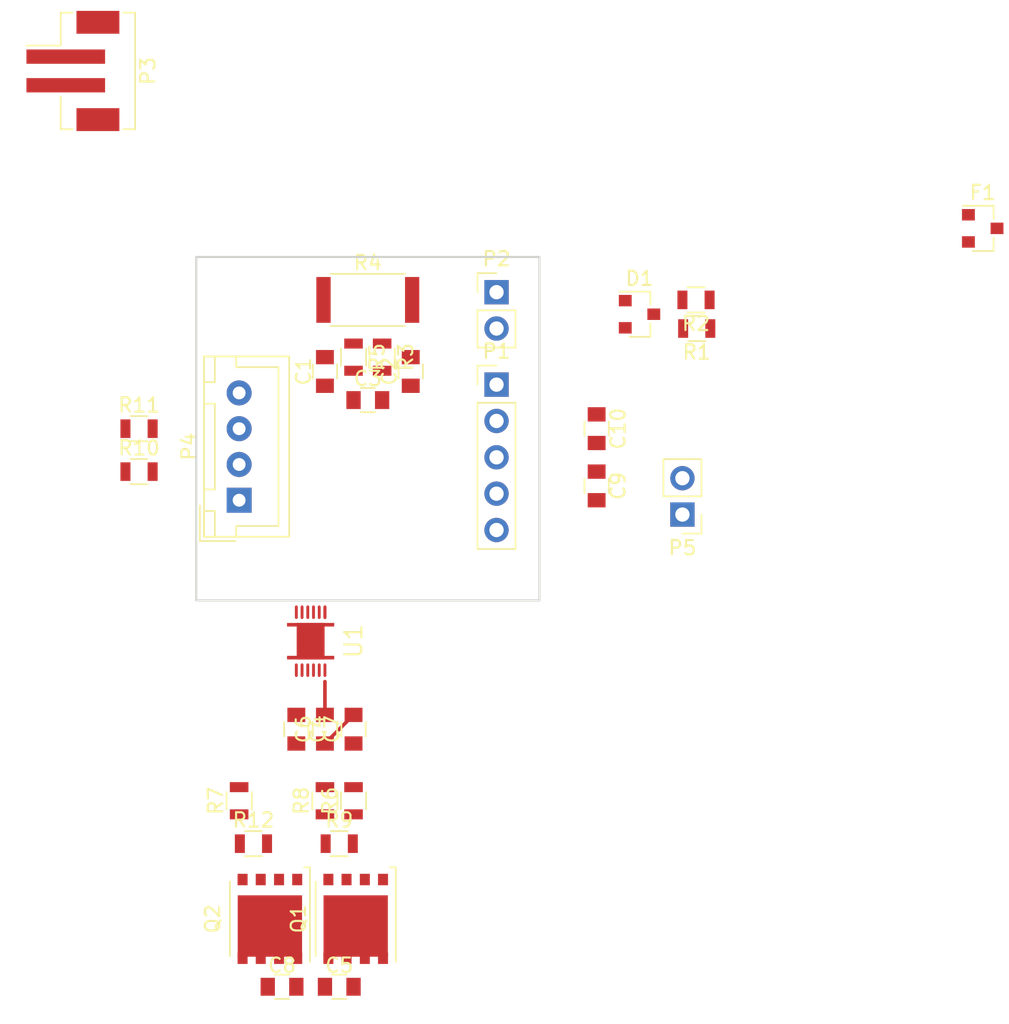
<source format=kicad_pcb>
(kicad_pcb (version 4) (host pcbnew 4.0.5)

  (general
    (links 81)
    (no_connects 70)
    (area 94.15 77.966666 164.925001 149.825)
    (thickness 1.6)
    (drawings 4)
    (tracks 2)
    (zones 0)
    (modules 32)
    (nets 26)
  )

  (page A4)
  (layers
    (0 F.Cu signal)
    (31 B.Cu signal)
    (32 B.Adhes user)
    (33 F.Adhes user)
    (34 B.Paste user)
    (35 F.Paste user)
    (36 B.SilkS user hide)
    (37 F.SilkS user hide)
    (38 B.Mask user)
    (39 F.Mask user)
    (40 Dwgs.User user)
    (41 Cmts.User user)
    (42 Eco1.User user)
    (43 Eco2.User user)
    (44 Edge.Cuts user)
    (45 Margin user)
    (46 B.CrtYd user)
    (47 F.CrtYd user)
    (48 B.Fab user)
    (49 F.Fab user)
  )

  (setup
    (last_trace_width 0.25)
    (trace_clearance 0.2)
    (zone_clearance 0.508)
    (zone_45_only no)
    (trace_min 0.2)
    (segment_width 0.2)
    (edge_width 0.15)
    (via_size 0.6)
    (via_drill 0.4)
    (via_min_size 0.4)
    (via_min_drill 0.3)
    (uvia_size 0.3)
    (uvia_drill 0.1)
    (uvias_allowed no)
    (uvia_min_size 0.2)
    (uvia_min_drill 0.1)
    (pcb_text_width 0.3)
    (pcb_text_size 1.5 1.5)
    (mod_edge_width 0.15)
    (mod_text_size 1 1)
    (mod_text_width 0.15)
    (pad_size 1.524 1.524)
    (pad_drill 0.762)
    (pad_to_mask_clearance 0.2)
    (aux_axis_origin 108 120)
    (grid_origin 108 120)
    (visible_elements FFFFFF7F)
    (pcbplotparams
      (layerselection 0x00030_80000001)
      (usegerberextensions false)
      (excludeedgelayer true)
      (linewidth 0.100000)
      (plotframeref false)
      (viasonmask false)
      (mode 1)
      (useauxorigin false)
      (hpglpennumber 1)
      (hpglpenspeed 20)
      (hpglpendiameter 15)
      (hpglpenoverlay 2)
      (psnegative false)
      (psa4output false)
      (plotreference true)
      (plotvalue true)
      (plotinvisibletext false)
      (padsonsilk false)
      (subtractmaskfromsilk false)
      (outputformat 1)
      (mirror false)
      (drillshape 1)
      (scaleselection 1)
      (outputdirectory ""))
  )

  (net 0 "")
  (net 1 "Net-(C1-Pad1)")
  (net 2 GND)
  (net 3 "Net-(C2-Pad1)")
  (net 4 "Net-(C4-Pad1)")
  (net 5 "Net-(C5-Pad1)")
  (net 6 +BATT)
  (net 7 /VC1)
  (net 8 /VC2)
  (net 9 "Net-(C8-Pad1)")
  (net 10 "Net-(C10-Pad2)")
  (net 11 GNDPWR)
  (net 12 "Net-(D1-Pad1)")
  (net 13 "Net-(D1-Pad2)")
  (net 14 "Net-(F1-Pad2)")
  (net 15 /SDA)
  (net 16 /SCL)
  (net 17 /TS)
  (net 18 "Net-(P4-Pad2)")
  (net 19 "Net-(P4-Pad3)")
  (net 20 "Net-(Q1-Pad4)")
  (net 21 "Net-(Q1-Pad5)")
  (net 22 "Net-(Q2-Pad4)")
  (net 23 "Net-(R6-Pad2)")
  (net 24 "Net-(R7-Pad2)")
  (net 25 "Net-(R8-Pad2)")

  (net_class Default "This is the default net class."
    (clearance 0.2)
    (trace_width 0.25)
    (via_dia 0.6)
    (via_drill 0.4)
    (uvia_dia 0.3)
    (uvia_drill 0.1)
    (add_net +BATT)
    (add_net /SCL)
    (add_net /SDA)
    (add_net /TS)
    (add_net /VC1)
    (add_net /VC2)
    (add_net GND)
    (add_net GNDPWR)
    (add_net "Net-(C1-Pad1)")
    (add_net "Net-(C10-Pad2)")
    (add_net "Net-(C2-Pad1)")
    (add_net "Net-(C4-Pad1)")
    (add_net "Net-(C5-Pad1)")
    (add_net "Net-(C8-Pad1)")
    (add_net "Net-(D1-Pad1)")
    (add_net "Net-(D1-Pad2)")
    (add_net "Net-(F1-Pad2)")
    (add_net "Net-(P4-Pad2)")
    (add_net "Net-(P4-Pad3)")
    (add_net "Net-(Q1-Pad4)")
    (add_net "Net-(Q1-Pad5)")
    (add_net "Net-(Q2-Pad4)")
    (add_net "Net-(R6-Pad2)")
    (add_net "Net-(R7-Pad2)")
    (add_net "Net-(R8-Pad2)")
  )

  (module Capacitors_SMD:C_0805 (layer F.Cu) (tedit 58AA8463) (tstamp 58E6B32F)
    (at 117 104 90)
    (descr "Capacitor SMD 0805, reflow soldering, AVX (see smccp.pdf)")
    (tags "capacitor 0805")
    (path /58E412A0)
    (attr smd)
    (fp_text reference C1 (at 0 -1.5 90) (layer F.SilkS)
      (effects (font (size 1 1) (thickness 0.15)))
    )
    (fp_text value 100nF (at 0 1.75 90) (layer F.Fab)
      (effects (font (size 1 1) (thickness 0.15)))
    )
    (fp_text user %R (at 0 -1.5 90) (layer F.Fab)
      (effects (font (size 1 1) (thickness 0.15)))
    )
    (fp_line (start -1 0.62) (end -1 -0.62) (layer F.Fab) (width 0.1))
    (fp_line (start 1 0.62) (end -1 0.62) (layer F.Fab) (width 0.1))
    (fp_line (start 1 -0.62) (end 1 0.62) (layer F.Fab) (width 0.1))
    (fp_line (start -1 -0.62) (end 1 -0.62) (layer F.Fab) (width 0.1))
    (fp_line (start 0.5 -0.85) (end -0.5 -0.85) (layer F.SilkS) (width 0.12))
    (fp_line (start -0.5 0.85) (end 0.5 0.85) (layer F.SilkS) (width 0.12))
    (fp_line (start -1.75 -0.88) (end 1.75 -0.88) (layer F.CrtYd) (width 0.05))
    (fp_line (start -1.75 -0.88) (end -1.75 0.87) (layer F.CrtYd) (width 0.05))
    (fp_line (start 1.75 0.87) (end 1.75 -0.88) (layer F.CrtYd) (width 0.05))
    (fp_line (start 1.75 0.87) (end -1.75 0.87) (layer F.CrtYd) (width 0.05))
    (pad 1 smd rect (at -1 0 90) (size 1 1.25) (layers F.Cu F.Paste F.Mask)
      (net 1 "Net-(C1-Pad1)"))
    (pad 2 smd rect (at 1 0 90) (size 1 1.25) (layers F.Cu F.Paste F.Mask)
      (net 2 GND))
    (model Capacitors_SMD.3dshapes/C_0805.wrl
      (at (xyz 0 0 0))
      (scale (xyz 1 1 1))
      (rotate (xyz 0 0 0))
    )
  )

  (module Capacitors_SMD:C_0805 (layer F.Cu) (tedit 58AA8463) (tstamp 58E6B335)
    (at 123 104 90)
    (descr "Capacitor SMD 0805, reflow soldering, AVX (see smccp.pdf)")
    (tags "capacitor 0805")
    (path /58E41303)
    (attr smd)
    (fp_text reference C2 (at 0 -1.5 90) (layer F.SilkS)
      (effects (font (size 1 1) (thickness 0.15)))
    )
    (fp_text value 100nF (at 0 1.75 90) (layer F.Fab)
      (effects (font (size 1 1) (thickness 0.15)))
    )
    (fp_text user %R (at 0 -1.5 90) (layer F.Fab)
      (effects (font (size 1 1) (thickness 0.15)))
    )
    (fp_line (start -1 0.62) (end -1 -0.62) (layer F.Fab) (width 0.1))
    (fp_line (start 1 0.62) (end -1 0.62) (layer F.Fab) (width 0.1))
    (fp_line (start 1 -0.62) (end 1 0.62) (layer F.Fab) (width 0.1))
    (fp_line (start -1 -0.62) (end 1 -0.62) (layer F.Fab) (width 0.1))
    (fp_line (start 0.5 -0.85) (end -0.5 -0.85) (layer F.SilkS) (width 0.12))
    (fp_line (start -0.5 0.85) (end 0.5 0.85) (layer F.SilkS) (width 0.12))
    (fp_line (start -1.75 -0.88) (end 1.75 -0.88) (layer F.CrtYd) (width 0.05))
    (fp_line (start -1.75 -0.88) (end -1.75 0.87) (layer F.CrtYd) (width 0.05))
    (fp_line (start 1.75 0.87) (end 1.75 -0.88) (layer F.CrtYd) (width 0.05))
    (fp_line (start 1.75 0.87) (end -1.75 0.87) (layer F.CrtYd) (width 0.05))
    (pad 1 smd rect (at -1 0 90) (size 1 1.25) (layers F.Cu F.Paste F.Mask)
      (net 3 "Net-(C2-Pad1)"))
    (pad 2 smd rect (at 1 0 90) (size 1 1.25) (layers F.Cu F.Paste F.Mask)
      (net 2 GND))
    (model Capacitors_SMD.3dshapes/C_0805.wrl
      (at (xyz 0 0 0))
      (scale (xyz 1 1 1))
      (rotate (xyz 0 0 0))
    )
  )

  (module Capacitors_SMD:C_0805 (layer F.Cu) (tedit 58AA8463) (tstamp 58E6B33B)
    (at 120 106)
    (descr "Capacitor SMD 0805, reflow soldering, AVX (see smccp.pdf)")
    (tags "capacitor 0805")
    (path /58E41328)
    (attr smd)
    (fp_text reference C3 (at 0 -1.5) (layer F.SilkS)
      (effects (font (size 1 1) (thickness 0.15)))
    )
    (fp_text value 100nF (at 0 1.75) (layer F.Fab)
      (effects (font (size 1 1) (thickness 0.15)))
    )
    (fp_text user %R (at 0 -1.5) (layer F.Fab)
      (effects (font (size 1 1) (thickness 0.15)))
    )
    (fp_line (start -1 0.62) (end -1 -0.62) (layer F.Fab) (width 0.1))
    (fp_line (start 1 0.62) (end -1 0.62) (layer F.Fab) (width 0.1))
    (fp_line (start 1 -0.62) (end 1 0.62) (layer F.Fab) (width 0.1))
    (fp_line (start -1 -0.62) (end 1 -0.62) (layer F.Fab) (width 0.1))
    (fp_line (start 0.5 -0.85) (end -0.5 -0.85) (layer F.SilkS) (width 0.12))
    (fp_line (start -0.5 0.85) (end 0.5 0.85) (layer F.SilkS) (width 0.12))
    (fp_line (start -1.75 -0.88) (end 1.75 -0.88) (layer F.CrtYd) (width 0.05))
    (fp_line (start -1.75 -0.88) (end -1.75 0.87) (layer F.CrtYd) (width 0.05))
    (fp_line (start 1.75 0.87) (end 1.75 -0.88) (layer F.CrtYd) (width 0.05))
    (fp_line (start 1.75 0.87) (end -1.75 0.87) (layer F.CrtYd) (width 0.05))
    (pad 1 smd rect (at -1 0) (size 1 1.25) (layers F.Cu F.Paste F.Mask)
      (net 3 "Net-(C2-Pad1)"))
    (pad 2 smd rect (at 1 0) (size 1 1.25) (layers F.Cu F.Paste F.Mask)
      (net 1 "Net-(C1-Pad1)"))
    (model Capacitors_SMD.3dshapes/C_0805.wrl
      (at (xyz 0 0 0))
      (scale (xyz 1 1 1))
      (rotate (xyz 0 0 0))
    )
  )

  (module Capacitors_SMD:C_0805 (layer F.Cu) (tedit 58AA8463) (tstamp 58E6B341)
    (at 115 129 270)
    (descr "Capacitor SMD 0805, reflow soldering, AVX (see smccp.pdf)")
    (tags "capacitor 0805")
    (path /58E44F82)
    (attr smd)
    (fp_text reference C4 (at 0 -1.5 270) (layer F.SilkS)
      (effects (font (size 1 1) (thickness 0.15)))
    )
    (fp_text value 2,2µF (at 0 1.75 270) (layer F.Fab)
      (effects (font (size 1 1) (thickness 0.15)))
    )
    (fp_text user %R (at 0 -1.5 270) (layer F.Fab)
      (effects (font (size 1 1) (thickness 0.15)))
    )
    (fp_line (start -1 0.62) (end -1 -0.62) (layer F.Fab) (width 0.1))
    (fp_line (start 1 0.62) (end -1 0.62) (layer F.Fab) (width 0.1))
    (fp_line (start 1 -0.62) (end 1 0.62) (layer F.Fab) (width 0.1))
    (fp_line (start -1 -0.62) (end 1 -0.62) (layer F.Fab) (width 0.1))
    (fp_line (start 0.5 -0.85) (end -0.5 -0.85) (layer F.SilkS) (width 0.12))
    (fp_line (start -0.5 0.85) (end 0.5 0.85) (layer F.SilkS) (width 0.12))
    (fp_line (start -1.75 -0.88) (end 1.75 -0.88) (layer F.CrtYd) (width 0.05))
    (fp_line (start -1.75 -0.88) (end -1.75 0.87) (layer F.CrtYd) (width 0.05))
    (fp_line (start 1.75 0.87) (end 1.75 -0.88) (layer F.CrtYd) (width 0.05))
    (fp_line (start 1.75 0.87) (end -1.75 0.87) (layer F.CrtYd) (width 0.05))
    (pad 1 smd rect (at -1 0 270) (size 1 1.25) (layers F.Cu F.Paste F.Mask)
      (net 4 "Net-(C4-Pad1)"))
    (pad 2 smd rect (at 1 0 270) (size 1 1.25) (layers F.Cu F.Paste F.Mask)
      (net 2 GND))
    (model Capacitors_SMD.3dshapes/C_0805.wrl
      (at (xyz 0 0 0))
      (scale (xyz 1 1 1))
      (rotate (xyz 0 0 0))
    )
  )

  (module Capacitors_SMD:C_0805 (layer F.Cu) (tedit 58AA8463) (tstamp 58E6B347)
    (at 118 147)
    (descr "Capacitor SMD 0805, reflow soldering, AVX (see smccp.pdf)")
    (tags "capacitor 0805")
    (path /58E43508)
    (attr smd)
    (fp_text reference C5 (at 0 -1.5) (layer F.SilkS)
      (effects (font (size 1 1) (thickness 0.15)))
    )
    (fp_text value 100nF (at 0 1.75) (layer F.Fab)
      (effects (font (size 1 1) (thickness 0.15)))
    )
    (fp_text user %R (at 0 -1.5) (layer F.Fab)
      (effects (font (size 1 1) (thickness 0.15)))
    )
    (fp_line (start -1 0.62) (end -1 -0.62) (layer F.Fab) (width 0.1))
    (fp_line (start 1 0.62) (end -1 0.62) (layer F.Fab) (width 0.1))
    (fp_line (start 1 -0.62) (end 1 0.62) (layer F.Fab) (width 0.1))
    (fp_line (start -1 -0.62) (end 1 -0.62) (layer F.Fab) (width 0.1))
    (fp_line (start 0.5 -0.85) (end -0.5 -0.85) (layer F.SilkS) (width 0.12))
    (fp_line (start -0.5 0.85) (end 0.5 0.85) (layer F.SilkS) (width 0.12))
    (fp_line (start -1.75 -0.88) (end 1.75 -0.88) (layer F.CrtYd) (width 0.05))
    (fp_line (start -1.75 -0.88) (end -1.75 0.87) (layer F.CrtYd) (width 0.05))
    (fp_line (start 1.75 0.87) (end 1.75 -0.88) (layer F.CrtYd) (width 0.05))
    (fp_line (start 1.75 0.87) (end -1.75 0.87) (layer F.CrtYd) (width 0.05))
    (pad 1 smd rect (at -1 0) (size 1 1.25) (layers F.Cu F.Paste F.Mask)
      (net 5 "Net-(C5-Pad1)"))
    (pad 2 smd rect (at 1 0) (size 1 1.25) (layers F.Cu F.Paste F.Mask)
      (net 6 +BATT))
    (model Capacitors_SMD.3dshapes/C_0805.wrl
      (at (xyz 0 0 0))
      (scale (xyz 1 1 1))
      (rotate (xyz 0 0 0))
    )
  )

  (module Capacitors_SMD:C_0805 (layer F.Cu) (tedit 58AA8463) (tstamp 58E6B34D)
    (at 117 129 90)
    (descr "Capacitor SMD 0805, reflow soldering, AVX (see smccp.pdf)")
    (tags "capacitor 0805")
    (path /58E55771)
    (attr smd)
    (fp_text reference C6 (at 0 -1.5 90) (layer F.SilkS)
      (effects (font (size 1 1) (thickness 0.15)))
    )
    (fp_text value 1µF (at 0 1.75 90) (layer F.Fab)
      (effects (font (size 1 1) (thickness 0.15)))
    )
    (fp_text user %R (at 0 -1.5 90) (layer F.Fab)
      (effects (font (size 1 1) (thickness 0.15)))
    )
    (fp_line (start -1 0.62) (end -1 -0.62) (layer F.Fab) (width 0.1))
    (fp_line (start 1 0.62) (end -1 0.62) (layer F.Fab) (width 0.1))
    (fp_line (start 1 -0.62) (end 1 0.62) (layer F.Fab) (width 0.1))
    (fp_line (start -1 -0.62) (end 1 -0.62) (layer F.Fab) (width 0.1))
    (fp_line (start 0.5 -0.85) (end -0.5 -0.85) (layer F.SilkS) (width 0.12))
    (fp_line (start -0.5 0.85) (end 0.5 0.85) (layer F.SilkS) (width 0.12))
    (fp_line (start -1.75 -0.88) (end 1.75 -0.88) (layer F.CrtYd) (width 0.05))
    (fp_line (start -1.75 -0.88) (end -1.75 0.87) (layer F.CrtYd) (width 0.05))
    (fp_line (start 1.75 0.87) (end 1.75 -0.88) (layer F.CrtYd) (width 0.05))
    (fp_line (start 1.75 0.87) (end -1.75 0.87) (layer F.CrtYd) (width 0.05))
    (pad 1 smd rect (at -1 0 90) (size 1 1.25) (layers F.Cu F.Paste F.Mask)
      (net 7 /VC1))
    (pad 2 smd rect (at 1 0 90) (size 1 1.25) (layers F.Cu F.Paste F.Mask)
      (net 8 /VC2))
    (model Capacitors_SMD.3dshapes/C_0805.wrl
      (at (xyz 0 0 0))
      (scale (xyz 1 1 1))
      (rotate (xyz 0 0 0))
    )
  )

  (module Capacitors_SMD:C_0805 (layer F.Cu) (tedit 58AA8463) (tstamp 58E6B353)
    (at 119 129 90)
    (descr "Capacitor SMD 0805, reflow soldering, AVX (see smccp.pdf)")
    (tags "capacitor 0805")
    (path /58E5544A)
    (attr smd)
    (fp_text reference C7 (at 0 -1.5 90) (layer F.SilkS)
      (effects (font (size 1 1) (thickness 0.15)))
    )
    (fp_text value 100nF (at 0 1.75 90) (layer F.Fab)
      (effects (font (size 1 1) (thickness 0.15)))
    )
    (fp_text user %R (at 0 -1.5 90) (layer F.Fab)
      (effects (font (size 1 1) (thickness 0.15)))
    )
    (fp_line (start -1 0.62) (end -1 -0.62) (layer F.Fab) (width 0.1))
    (fp_line (start 1 0.62) (end -1 0.62) (layer F.Fab) (width 0.1))
    (fp_line (start 1 -0.62) (end 1 0.62) (layer F.Fab) (width 0.1))
    (fp_line (start -1 -0.62) (end 1 -0.62) (layer F.Fab) (width 0.1))
    (fp_line (start 0.5 -0.85) (end -0.5 -0.85) (layer F.SilkS) (width 0.12))
    (fp_line (start -0.5 0.85) (end 0.5 0.85) (layer F.SilkS) (width 0.12))
    (fp_line (start -1.75 -0.88) (end 1.75 -0.88) (layer F.CrtYd) (width 0.05))
    (fp_line (start -1.75 -0.88) (end -1.75 0.87) (layer F.CrtYd) (width 0.05))
    (fp_line (start 1.75 0.87) (end 1.75 -0.88) (layer F.CrtYd) (width 0.05))
    (fp_line (start 1.75 0.87) (end -1.75 0.87) (layer F.CrtYd) (width 0.05))
    (pad 1 smd rect (at -1 0 90) (size 1 1.25) (layers F.Cu F.Paste F.Mask)
      (net 2 GND))
    (pad 2 smd rect (at 1 0 90) (size 1 1.25) (layers F.Cu F.Paste F.Mask)
      (net 7 /VC1))
    (model Capacitors_SMD.3dshapes/C_0805.wrl
      (at (xyz 0 0 0))
      (scale (xyz 1 1 1))
      (rotate (xyz 0 0 0))
    )
  )

  (module Capacitors_SMD:C_0805 (layer F.Cu) (tedit 58AA8463) (tstamp 58E6B359)
    (at 114 147)
    (descr "Capacitor SMD 0805, reflow soldering, AVX (see smccp.pdf)")
    (tags "capacitor 0805")
    (path /58E43562)
    (attr smd)
    (fp_text reference C8 (at 0 -1.5) (layer F.SilkS)
      (effects (font (size 1 1) (thickness 0.15)))
    )
    (fp_text value 100nF (at 0 1.75) (layer F.Fab)
      (effects (font (size 1 1) (thickness 0.15)))
    )
    (fp_text user %R (at 0 -1.5) (layer F.Fab)
      (effects (font (size 1 1) (thickness 0.15)))
    )
    (fp_line (start -1 0.62) (end -1 -0.62) (layer F.Fab) (width 0.1))
    (fp_line (start 1 0.62) (end -1 0.62) (layer F.Fab) (width 0.1))
    (fp_line (start 1 -0.62) (end 1 0.62) (layer F.Fab) (width 0.1))
    (fp_line (start -1 -0.62) (end 1 -0.62) (layer F.Fab) (width 0.1))
    (fp_line (start 0.5 -0.85) (end -0.5 -0.85) (layer F.SilkS) (width 0.12))
    (fp_line (start -0.5 0.85) (end 0.5 0.85) (layer F.SilkS) (width 0.12))
    (fp_line (start -1.75 -0.88) (end 1.75 -0.88) (layer F.CrtYd) (width 0.05))
    (fp_line (start -1.75 -0.88) (end -1.75 0.87) (layer F.CrtYd) (width 0.05))
    (fp_line (start 1.75 0.87) (end 1.75 -0.88) (layer F.CrtYd) (width 0.05))
    (fp_line (start 1.75 0.87) (end -1.75 0.87) (layer F.CrtYd) (width 0.05))
    (pad 1 smd rect (at -1 0) (size 1 1.25) (layers F.Cu F.Paste F.Mask)
      (net 9 "Net-(C8-Pad1)"))
    (pad 2 smd rect (at 1 0) (size 1 1.25) (layers F.Cu F.Paste F.Mask)
      (net 5 "Net-(C5-Pad1)"))
    (model Capacitors_SMD.3dshapes/C_0805.wrl
      (at (xyz 0 0 0))
      (scale (xyz 1 1 1))
      (rotate (xyz 0 0 0))
    )
  )

  (module Capacitors_SMD:C_0805 (layer F.Cu) (tedit 58AA8463) (tstamp 58E6B35F)
    (at 136 112 270)
    (descr "Capacitor SMD 0805, reflow soldering, AVX (see smccp.pdf)")
    (tags "capacitor 0805")
    (path /58E67E81)
    (attr smd)
    (fp_text reference C9 (at 0 -1.5 270) (layer F.SilkS)
      (effects (font (size 1 1) (thickness 0.15)))
    )
    (fp_text value 100nF (at 0 1.75 270) (layer F.Fab)
      (effects (font (size 1 1) (thickness 0.15)))
    )
    (fp_text user %R (at 0 -1.5 270) (layer F.Fab)
      (effects (font (size 1 1) (thickness 0.15)))
    )
    (fp_line (start -1 0.62) (end -1 -0.62) (layer F.Fab) (width 0.1))
    (fp_line (start 1 0.62) (end -1 0.62) (layer F.Fab) (width 0.1))
    (fp_line (start 1 -0.62) (end 1 0.62) (layer F.Fab) (width 0.1))
    (fp_line (start -1 -0.62) (end 1 -0.62) (layer F.Fab) (width 0.1))
    (fp_line (start 0.5 -0.85) (end -0.5 -0.85) (layer F.SilkS) (width 0.12))
    (fp_line (start -0.5 0.85) (end 0.5 0.85) (layer F.SilkS) (width 0.12))
    (fp_line (start -1.75 -0.88) (end 1.75 -0.88) (layer F.CrtYd) (width 0.05))
    (fp_line (start -1.75 -0.88) (end -1.75 0.87) (layer F.CrtYd) (width 0.05))
    (fp_line (start 1.75 0.87) (end 1.75 -0.88) (layer F.CrtYd) (width 0.05))
    (fp_line (start 1.75 0.87) (end -1.75 0.87) (layer F.CrtYd) (width 0.05))
    (pad 1 smd rect (at -1 0 270) (size 1 1.25) (layers F.Cu F.Paste F.Mask)
      (net 10 "Net-(C10-Pad2)"))
    (pad 2 smd rect (at 1 0 270) (size 1 1.25) (layers F.Cu F.Paste F.Mask)
      (net 6 +BATT))
    (model Capacitors_SMD.3dshapes/C_0805.wrl
      (at (xyz 0 0 0))
      (scale (xyz 1 1 1))
      (rotate (xyz 0 0 0))
    )
  )

  (module Capacitors_SMD:C_0805 (layer F.Cu) (tedit 58AA8463) (tstamp 58E6B365)
    (at 136 108 270)
    (descr "Capacitor SMD 0805, reflow soldering, AVX (see smccp.pdf)")
    (tags "capacitor 0805")
    (path /58E67F2F)
    (attr smd)
    (fp_text reference C10 (at 0 -1.5 270) (layer F.SilkS)
      (effects (font (size 1 1) (thickness 0.15)))
    )
    (fp_text value 100nF (at 0 1.75 270) (layer F.Fab)
      (effects (font (size 1 1) (thickness 0.15)))
    )
    (fp_text user %R (at 0 -1.5 270) (layer F.Fab)
      (effects (font (size 1 1) (thickness 0.15)))
    )
    (fp_line (start -1 0.62) (end -1 -0.62) (layer F.Fab) (width 0.1))
    (fp_line (start 1 0.62) (end -1 0.62) (layer F.Fab) (width 0.1))
    (fp_line (start 1 -0.62) (end 1 0.62) (layer F.Fab) (width 0.1))
    (fp_line (start -1 -0.62) (end 1 -0.62) (layer F.Fab) (width 0.1))
    (fp_line (start 0.5 -0.85) (end -0.5 -0.85) (layer F.SilkS) (width 0.12))
    (fp_line (start -0.5 0.85) (end 0.5 0.85) (layer F.SilkS) (width 0.12))
    (fp_line (start -1.75 -0.88) (end 1.75 -0.88) (layer F.CrtYd) (width 0.05))
    (fp_line (start -1.75 -0.88) (end -1.75 0.87) (layer F.CrtYd) (width 0.05))
    (fp_line (start 1.75 0.87) (end 1.75 -0.88) (layer F.CrtYd) (width 0.05))
    (fp_line (start 1.75 0.87) (end -1.75 0.87) (layer F.CrtYd) (width 0.05))
    (pad 1 smd rect (at -1 0 270) (size 1 1.25) (layers F.Cu F.Paste F.Mask)
      (net 11 GNDPWR))
    (pad 2 smd rect (at 1 0 270) (size 1 1.25) (layers F.Cu F.Paste F.Mask)
      (net 10 "Net-(C10-Pad2)"))
    (model Capacitors_SMD.3dshapes/C_0805.wrl
      (at (xyz 0 0 0))
      (scale (xyz 1 1 1))
      (rotate (xyz 0 0 0))
    )
  )

  (module TO_SOT_Packages_SMD:SOT-23 (layer F.Cu) (tedit 58CE4E7E) (tstamp 58E6B36C)
    (at 139 100)
    (descr "SOT-23, Standard")
    (tags SOT-23)
    (path /58E41C24)
    (attr smd)
    (fp_text reference D1 (at 0 -2.5) (layer F.SilkS)
      (effects (font (size 1 1) (thickness 0.15)))
    )
    (fp_text value D_TVS_x2_AAC (at 0 2.5) (layer F.Fab)
      (effects (font (size 1 1) (thickness 0.15)))
    )
    (fp_text user %R (at 0 0) (layer F.Fab)
      (effects (font (size 0.5 0.5) (thickness 0.075)))
    )
    (fp_line (start -0.7 -0.95) (end -0.7 1.5) (layer F.Fab) (width 0.1))
    (fp_line (start -0.15 -1.52) (end 0.7 -1.52) (layer F.Fab) (width 0.1))
    (fp_line (start -0.7 -0.95) (end -0.15 -1.52) (layer F.Fab) (width 0.1))
    (fp_line (start 0.7 -1.52) (end 0.7 1.52) (layer F.Fab) (width 0.1))
    (fp_line (start -0.7 1.52) (end 0.7 1.52) (layer F.Fab) (width 0.1))
    (fp_line (start 0.76 1.58) (end 0.76 0.65) (layer F.SilkS) (width 0.12))
    (fp_line (start 0.76 -1.58) (end 0.76 -0.65) (layer F.SilkS) (width 0.12))
    (fp_line (start -1.7 -1.75) (end 1.7 -1.75) (layer F.CrtYd) (width 0.05))
    (fp_line (start 1.7 -1.75) (end 1.7 1.75) (layer F.CrtYd) (width 0.05))
    (fp_line (start 1.7 1.75) (end -1.7 1.75) (layer F.CrtYd) (width 0.05))
    (fp_line (start -1.7 1.75) (end -1.7 -1.75) (layer F.CrtYd) (width 0.05))
    (fp_line (start 0.76 -1.58) (end -1.4 -1.58) (layer F.SilkS) (width 0.12))
    (fp_line (start 0.76 1.58) (end -0.7 1.58) (layer F.SilkS) (width 0.12))
    (pad 1 smd rect (at -1 -0.95) (size 0.9 0.8) (layers F.Cu F.Paste F.Mask)
      (net 12 "Net-(D1-Pad1)"))
    (pad 2 smd rect (at -1 0.95) (size 0.9 0.8) (layers F.Cu F.Paste F.Mask)
      (net 13 "Net-(D1-Pad2)"))
    (pad 3 smd rect (at 1 0) (size 0.9 0.8) (layers F.Cu F.Paste F.Mask)
      (net 2 GND))
    (model ${KISYS3DMOD}/TO_SOT_Packages_SMD.3dshapes/SOT-23.wrl
      (at (xyz 0 0 0))
      (scale (xyz 1 1 1))
      (rotate (xyz 0 0 0))
    )
  )

  (module TO_SOT_Packages_SMD:SOT-23 (layer F.Cu) (tedit 58CE4E7E) (tstamp 58E6B373)
    (at 163 94)
    (descr "SOT-23, Standard")
    (tags SOT-23)
    (path /58E541C8)
    (attr smd)
    (fp_text reference F1 (at 0 -2.5) (layer F.SilkS)
      (effects (font (size 1 1) (thickness 0.15)))
    )
    (fp_text value Fuse (at 0 2.5) (layer F.Fab)
      (effects (font (size 1 1) (thickness 0.15)))
    )
    (fp_text user %R (at 0 0) (layer F.Fab)
      (effects (font (size 0.5 0.5) (thickness 0.075)))
    )
    (fp_line (start -0.7 -0.95) (end -0.7 1.5) (layer F.Fab) (width 0.1))
    (fp_line (start -0.15 -1.52) (end 0.7 -1.52) (layer F.Fab) (width 0.1))
    (fp_line (start -0.7 -0.95) (end -0.15 -1.52) (layer F.Fab) (width 0.1))
    (fp_line (start 0.7 -1.52) (end 0.7 1.52) (layer F.Fab) (width 0.1))
    (fp_line (start -0.7 1.52) (end 0.7 1.52) (layer F.Fab) (width 0.1))
    (fp_line (start 0.76 1.58) (end 0.76 0.65) (layer F.SilkS) (width 0.12))
    (fp_line (start 0.76 -1.58) (end 0.76 -0.65) (layer F.SilkS) (width 0.12))
    (fp_line (start -1.7 -1.75) (end 1.7 -1.75) (layer F.CrtYd) (width 0.05))
    (fp_line (start 1.7 -1.75) (end 1.7 1.75) (layer F.CrtYd) (width 0.05))
    (fp_line (start 1.7 1.75) (end -1.7 1.75) (layer F.CrtYd) (width 0.05))
    (fp_line (start -1.7 1.75) (end -1.7 -1.75) (layer F.CrtYd) (width 0.05))
    (fp_line (start 0.76 -1.58) (end -1.4 -1.58) (layer F.SilkS) (width 0.12))
    (fp_line (start 0.76 1.58) (end -0.7 1.58) (layer F.SilkS) (width 0.12))
    (pad 1 smd rect (at -1 -0.95) (size 0.9 0.8) (layers F.Cu F.Paste F.Mask)
      (net 9 "Net-(C8-Pad1)"))
    (pad 2 smd rect (at -1 0.95) (size 0.9 0.8) (layers F.Cu F.Paste F.Mask)
      (net 14 "Net-(F1-Pad2)"))
    (pad 3 smd rect (at 1 0) (size 0.9 0.8) (layers F.Cu F.Paste F.Mask))
    (model ${KISYS3DMOD}/TO_SOT_Packages_SMD.3dshapes/SOT-23.wrl
      (at (xyz 0 0 0))
      (scale (xyz 1 1 1))
      (rotate (xyz 0 0 0))
    )
  )

  (module Pin_Headers:Pin_Header_Straight_1x05_Pitch2.54mm (layer F.Cu) (tedit 58CD4EC1) (tstamp 58E6B37C)
    (at 129 104.92)
    (descr "Through hole straight pin header, 1x05, 2.54mm pitch, single row")
    (tags "Through hole pin header THT 1x05 2.54mm single row")
    (path /58E581DB)
    (fp_text reference P1 (at 0 -2.33) (layer F.SilkS)
      (effects (font (size 1 1) (thickness 0.15)))
    )
    (fp_text value CONN_01X05 (at 0 12.49) (layer F.Fab)
      (effects (font (size 1 1) (thickness 0.15)))
    )
    (fp_line (start -1.27 -1.27) (end -1.27 11.43) (layer F.Fab) (width 0.1))
    (fp_line (start -1.27 11.43) (end 1.27 11.43) (layer F.Fab) (width 0.1))
    (fp_line (start 1.27 11.43) (end 1.27 -1.27) (layer F.Fab) (width 0.1))
    (fp_line (start 1.27 -1.27) (end -1.27 -1.27) (layer F.Fab) (width 0.1))
    (fp_line (start -1.33 1.27) (end -1.33 11.49) (layer F.SilkS) (width 0.12))
    (fp_line (start -1.33 11.49) (end 1.33 11.49) (layer F.SilkS) (width 0.12))
    (fp_line (start 1.33 11.49) (end 1.33 1.27) (layer F.SilkS) (width 0.12))
    (fp_line (start 1.33 1.27) (end -1.33 1.27) (layer F.SilkS) (width 0.12))
    (fp_line (start -1.33 0) (end -1.33 -1.33) (layer F.SilkS) (width 0.12))
    (fp_line (start -1.33 -1.33) (end 0 -1.33) (layer F.SilkS) (width 0.12))
    (fp_line (start -1.8 -1.8) (end -1.8 11.95) (layer F.CrtYd) (width 0.05))
    (fp_line (start -1.8 11.95) (end 1.8 11.95) (layer F.CrtYd) (width 0.05))
    (fp_line (start 1.8 11.95) (end 1.8 -1.8) (layer F.CrtYd) (width 0.05))
    (fp_line (start 1.8 -1.8) (end -1.8 -1.8) (layer F.CrtYd) (width 0.05))
    (fp_text user %R (at 0 -2.33) (layer F.Fab)
      (effects (font (size 1 1) (thickness 0.15)))
    )
    (pad 1 thru_hole rect (at 0 0) (size 1.7 1.7) (drill 1) (layers *.Cu *.Mask)
      (net 11 GNDPWR))
    (pad 2 thru_hole oval (at 0 2.54) (size 1.7 1.7) (drill 1) (layers *.Cu *.Mask)
      (net 15 /SDA))
    (pad 3 thru_hole oval (at 0 5.08) (size 1.7 1.7) (drill 1) (layers *.Cu *.Mask)
      (net 16 /SCL))
    (pad 4 thru_hole oval (at 0 7.62) (size 1.7 1.7) (drill 1) (layers *.Cu *.Mask)
      (net 17 /TS))
    (pad 5 thru_hole oval (at 0 10.16) (size 1.7 1.7) (drill 1) (layers *.Cu *.Mask)
      (net 6 +BATT))
    (model ${KISYS3DMOD}/Pin_Headers.3dshapes/Pin_Header_Straight_1x05_Pitch2.54mm.wrl
      (at (xyz 0 -0.2 0))
      (scale (xyz 1 1 1))
      (rotate (xyz 0 0 90))
    )
  )

  (module Pin_Headers:Pin_Header_Straight_1x02_Pitch2.54mm (layer F.Cu) (tedit 58CD4EC1) (tstamp 58E6B382)
    (at 129 98.46)
    (descr "Through hole straight pin header, 1x02, 2.54mm pitch, single row")
    (tags "Through hole pin header THT 1x02 2.54mm single row")
    (path /58E41F78)
    (fp_text reference P2 (at 0 -2.33) (layer F.SilkS)
      (effects (font (size 1 1) (thickness 0.15)))
    )
    (fp_text value CONN_01X02 (at 0 4.87) (layer F.Fab)
      (effects (font (size 1 1) (thickness 0.15)))
    )
    (fp_line (start -1.27 -1.27) (end -1.27 3.81) (layer F.Fab) (width 0.1))
    (fp_line (start -1.27 3.81) (end 1.27 3.81) (layer F.Fab) (width 0.1))
    (fp_line (start 1.27 3.81) (end 1.27 -1.27) (layer F.Fab) (width 0.1))
    (fp_line (start 1.27 -1.27) (end -1.27 -1.27) (layer F.Fab) (width 0.1))
    (fp_line (start -1.33 1.27) (end -1.33 3.87) (layer F.SilkS) (width 0.12))
    (fp_line (start -1.33 3.87) (end 1.33 3.87) (layer F.SilkS) (width 0.12))
    (fp_line (start 1.33 3.87) (end 1.33 1.27) (layer F.SilkS) (width 0.12))
    (fp_line (start 1.33 1.27) (end -1.33 1.27) (layer F.SilkS) (width 0.12))
    (fp_line (start -1.33 0) (end -1.33 -1.33) (layer F.SilkS) (width 0.12))
    (fp_line (start -1.33 -1.33) (end 0 -1.33) (layer F.SilkS) (width 0.12))
    (fp_line (start -1.8 -1.8) (end -1.8 4.35) (layer F.CrtYd) (width 0.05))
    (fp_line (start -1.8 4.35) (end 1.8 4.35) (layer F.CrtYd) (width 0.05))
    (fp_line (start 1.8 4.35) (end 1.8 -1.8) (layer F.CrtYd) (width 0.05))
    (fp_line (start 1.8 -1.8) (end -1.8 -1.8) (layer F.CrtYd) (width 0.05))
    (fp_text user %R (at 0 -2.33) (layer F.Fab)
      (effects (font (size 1 1) (thickness 0.15)))
    )
    (pad 1 thru_hole rect (at 0 0) (size 1.7 1.7) (drill 1) (layers *.Cu *.Mask)
      (net 11 GNDPWR))
    (pad 2 thru_hole oval (at 0 2.54) (size 1.7 1.7) (drill 1) (layers *.Cu *.Mask)
      (net 6 +BATT))
    (model ${KISYS3DMOD}/Pin_Headers.3dshapes/Pin_Header_Straight_1x02_Pitch2.54mm.wrl
      (at (xyz 0 -0.05 0))
      (scale (xyz 1 1 1))
      (rotate (xyz 0 0 90))
    )
  )

  (module Connectors_JST:JST_PH_B2B-PH-SM4-TB_02x2.00mm_Straight (layer F.Cu) (tedit 58D40574) (tstamp 58E6B38A)
    (at 100 83 270)
    (descr "JST PH series connector, B2B-PH-SM4-TB, top entry type, surface mount, Datasheet: http://www.jst-mfg.com/product/pdf/eng/ePH.pdf")
    (tags "connector jst ph")
    (path /58E42562)
    (attr smd)
    (fp_text reference P3 (at 0 -4.625 270) (layer F.SilkS)
      (effects (font (size 1 1) (thickness 0.15)))
    )
    (fp_text value CONN_01X02 (at 0 4.875 270) (layer F.Fab)
      (effects (font (size 1 1) (thickness 0.15)))
    )
    (fp_line (start -4.075 -2.9) (end -4.075 -3.725) (layer F.SilkS) (width 0.12))
    (fp_line (start -4.075 -3.725) (end 4.075 -3.725) (layer F.SilkS) (width 0.12))
    (fp_line (start 4.075 -3.725) (end 4.075 -2.9) (layer F.SilkS) (width 0.12))
    (fp_line (start -4.075 0.65) (end -4.075 1.475) (layer F.SilkS) (width 0.12))
    (fp_line (start -4.075 1.475) (end -1.775 1.475) (layer F.SilkS) (width 0.12))
    (fp_line (start 4.075 0.65) (end 4.075 1.475) (layer F.SilkS) (width 0.12))
    (fp_line (start 4.075 1.475) (end 1.775 1.475) (layer F.SilkS) (width 0.12))
    (fp_line (start -3.975 -3.625) (end -3.975 1.375) (layer F.Fab) (width 0.1))
    (fp_line (start -3.975 1.375) (end 3.975 1.375) (layer F.Fab) (width 0.1))
    (fp_line (start 3.975 1.375) (end 3.975 -3.625) (layer F.Fab) (width 0.1))
    (fp_line (start 3.975 -3.625) (end -3.975 -3.625) (layer F.Fab) (width 0.1))
    (fp_line (start -1.775 1.475) (end -1.775 3.875) (layer F.SilkS) (width 0.12))
    (fp_line (start -2 1.375) (end -1 0.375) (layer F.Fab) (width 0.1))
    (fp_line (start -1 0.375) (end 0 1.375) (layer F.Fab) (width 0.1))
    (fp_line (start -4.7 -4.13) (end -4.7 4.38) (layer F.CrtYd) (width 0.05))
    (fp_line (start -4.7 4.38) (end 4.7 4.38) (layer F.CrtYd) (width 0.05))
    (fp_line (start 4.7 4.38) (end 4.7 -4.13) (layer F.CrtYd) (width 0.05))
    (fp_line (start 4.7 -4.13) (end -4.7 -4.13) (layer F.CrtYd) (width 0.05))
    (fp_text user %R (at 0 -2.625 270) (layer F.Fab)
      (effects (font (size 1 1) (thickness 0.15)))
    )
    (pad 1 smd rect (at -1 1.125 270) (size 1 5.5) (layers F.Cu F.Paste F.Mask)
      (net 11 GNDPWR))
    (pad 2 smd rect (at 1 1.125 270) (size 1 5.5) (layers F.Cu F.Paste F.Mask)
      (net 6 +BATT))
    (pad "" smd rect (at -3.4 -1.125 270) (size 1.6 3) (layers F.Cu F.Paste F.Mask))
    (pad "" smd rect (at 3.4 -1.125 270) (size 1.6 3) (layers F.Cu F.Paste F.Mask))
    (model ${KISYS3DMOD}/Connectors_JST.3dshapes/JST_PH_B2B-PH-SM4-TB_02x2.00mm_Straight.wrl
      (at (xyz 0 0 0))
      (scale (xyz 1 1 1))
      (rotate (xyz 0 0 0))
    )
  )

  (module Connectors_JST:JST_XH_B04B-XH-A_04x2.50mm_Straight (layer F.Cu) (tedit 58A23614) (tstamp 58E6B392)
    (at 111 113 90)
    (descr "JST XH series connector, B04B-XH-A, top entry type, through hole")
    (tags "connector jst xh tht top vertical 2.50mm")
    (path /58E426AB)
    (fp_text reference P4 (at 3.75 -3.5 90) (layer F.SilkS)
      (effects (font (size 1 1) (thickness 0.15)))
    )
    (fp_text value CONN_01X04 (at 3.75 4.5 90) (layer F.Fab)
      (effects (font (size 1 1) (thickness 0.15)))
    )
    (fp_line (start -2.45 -2.35) (end -2.45 3.4) (layer F.Fab) (width 0.1))
    (fp_line (start -2.45 3.4) (end 9.95 3.4) (layer F.Fab) (width 0.1))
    (fp_line (start 9.95 3.4) (end 9.95 -2.35) (layer F.Fab) (width 0.1))
    (fp_line (start 9.95 -2.35) (end -2.45 -2.35) (layer F.Fab) (width 0.1))
    (fp_line (start -2.95 -2.85) (end -2.95 3.9) (layer F.CrtYd) (width 0.05))
    (fp_line (start -2.95 3.9) (end 10.4 3.9) (layer F.CrtYd) (width 0.05))
    (fp_line (start 10.4 3.9) (end 10.4 -2.85) (layer F.CrtYd) (width 0.05))
    (fp_line (start 10.4 -2.85) (end -2.95 -2.85) (layer F.CrtYd) (width 0.05))
    (fp_line (start -2.55 -2.45) (end -2.55 3.5) (layer F.SilkS) (width 0.12))
    (fp_line (start -2.55 3.5) (end 10.05 3.5) (layer F.SilkS) (width 0.12))
    (fp_line (start 10.05 3.5) (end 10.05 -2.45) (layer F.SilkS) (width 0.12))
    (fp_line (start 10.05 -2.45) (end -2.55 -2.45) (layer F.SilkS) (width 0.12))
    (fp_line (start 0.75 -2.45) (end 0.75 -1.7) (layer F.SilkS) (width 0.12))
    (fp_line (start 0.75 -1.7) (end 6.75 -1.7) (layer F.SilkS) (width 0.12))
    (fp_line (start 6.75 -1.7) (end 6.75 -2.45) (layer F.SilkS) (width 0.12))
    (fp_line (start 6.75 -2.45) (end 0.75 -2.45) (layer F.SilkS) (width 0.12))
    (fp_line (start -2.55 -2.45) (end -2.55 -1.7) (layer F.SilkS) (width 0.12))
    (fp_line (start -2.55 -1.7) (end -0.75 -1.7) (layer F.SilkS) (width 0.12))
    (fp_line (start -0.75 -1.7) (end -0.75 -2.45) (layer F.SilkS) (width 0.12))
    (fp_line (start -0.75 -2.45) (end -2.55 -2.45) (layer F.SilkS) (width 0.12))
    (fp_line (start 8.25 -2.45) (end 8.25 -1.7) (layer F.SilkS) (width 0.12))
    (fp_line (start 8.25 -1.7) (end 10.05 -1.7) (layer F.SilkS) (width 0.12))
    (fp_line (start 10.05 -1.7) (end 10.05 -2.45) (layer F.SilkS) (width 0.12))
    (fp_line (start 10.05 -2.45) (end 8.25 -2.45) (layer F.SilkS) (width 0.12))
    (fp_line (start -2.55 -0.2) (end -1.8 -0.2) (layer F.SilkS) (width 0.12))
    (fp_line (start -1.8 -0.2) (end -1.8 2.75) (layer F.SilkS) (width 0.12))
    (fp_line (start -1.8 2.75) (end 3.75 2.75) (layer F.SilkS) (width 0.12))
    (fp_line (start 10.05 -0.2) (end 9.3 -0.2) (layer F.SilkS) (width 0.12))
    (fp_line (start 9.3 -0.2) (end 9.3 2.75) (layer F.SilkS) (width 0.12))
    (fp_line (start 9.3 2.75) (end 3.75 2.75) (layer F.SilkS) (width 0.12))
    (fp_line (start -0.35 -2.75) (end -2.85 -2.75) (layer F.SilkS) (width 0.12))
    (fp_line (start -2.85 -2.75) (end -2.85 -0.25) (layer F.SilkS) (width 0.12))
    (fp_line (start -0.35 -2.75) (end -2.85 -2.75) (layer F.Fab) (width 0.1))
    (fp_line (start -2.85 -2.75) (end -2.85 -0.25) (layer F.Fab) (width 0.1))
    (fp_text user %R (at 3.75 2.5 90) (layer F.Fab)
      (effects (font (size 1 1) (thickness 0.15)))
    )
    (pad 1 thru_hole rect (at 0 0 90) (size 1.75 1.75) (drill 0.9) (layers *.Cu *.Mask)
      (net 14 "Net-(F1-Pad2)"))
    (pad 2 thru_hole circle (at 2.5 0 90) (size 1.75 1.75) (drill 0.9) (layers *.Cu *.Mask)
      (net 18 "Net-(P4-Pad2)"))
    (pad 3 thru_hole circle (at 5 0 90) (size 1.75 1.75) (drill 0.9) (layers *.Cu *.Mask)
      (net 19 "Net-(P4-Pad3)"))
    (pad 4 thru_hole circle (at 7.5 0 90) (size 1.75 1.75) (drill 0.9) (layers *.Cu *.Mask)
      (net 2 GND))
    (model Connectors_JST.3dshapes/JST_XH_B04B-XH-A_04x2.50mm_Straight.wrl
      (at (xyz 0 0 0))
      (scale (xyz 1 1 1))
      (rotate (xyz 0 0 0))
    )
  )

  (module Pin_Headers:Pin_Header_Straight_1x02_Pitch2.54mm (layer F.Cu) (tedit 58CD4EC1) (tstamp 58E6B398)
    (at 142 114 180)
    (descr "Through hole straight pin header, 1x02, 2.54mm pitch, single row")
    (tags "Through hole pin header THT 1x02 2.54mm single row")
    (path /58E42046)
    (fp_text reference P5 (at 0 -2.33 180) (layer F.SilkS)
      (effects (font (size 1 1) (thickness 0.15)))
    )
    (fp_text value CONN_01X02 (at 0 4.87 180) (layer F.Fab)
      (effects (font (size 1 1) (thickness 0.15)))
    )
    (fp_line (start -1.27 -1.27) (end -1.27 3.81) (layer F.Fab) (width 0.1))
    (fp_line (start -1.27 3.81) (end 1.27 3.81) (layer F.Fab) (width 0.1))
    (fp_line (start 1.27 3.81) (end 1.27 -1.27) (layer F.Fab) (width 0.1))
    (fp_line (start 1.27 -1.27) (end -1.27 -1.27) (layer F.Fab) (width 0.1))
    (fp_line (start -1.33 1.27) (end -1.33 3.87) (layer F.SilkS) (width 0.12))
    (fp_line (start -1.33 3.87) (end 1.33 3.87) (layer F.SilkS) (width 0.12))
    (fp_line (start 1.33 3.87) (end 1.33 1.27) (layer F.SilkS) (width 0.12))
    (fp_line (start 1.33 1.27) (end -1.33 1.27) (layer F.SilkS) (width 0.12))
    (fp_line (start -1.33 0) (end -1.33 -1.33) (layer F.SilkS) (width 0.12))
    (fp_line (start -1.33 -1.33) (end 0 -1.33) (layer F.SilkS) (width 0.12))
    (fp_line (start -1.8 -1.8) (end -1.8 4.35) (layer F.CrtYd) (width 0.05))
    (fp_line (start -1.8 4.35) (end 1.8 4.35) (layer F.CrtYd) (width 0.05))
    (fp_line (start 1.8 4.35) (end 1.8 -1.8) (layer F.CrtYd) (width 0.05))
    (fp_line (start 1.8 -1.8) (end -1.8 -1.8) (layer F.CrtYd) (width 0.05))
    (fp_text user %R (at 0 -2.33 180) (layer F.Fab)
      (effects (font (size 1 1) (thickness 0.15)))
    )
    (pad 1 thru_hole rect (at 0 0 180) (size 1.7 1.7) (drill 1) (layers *.Cu *.Mask)
      (net 14 "Net-(F1-Pad2)"))
    (pad 2 thru_hole oval (at 0 2.54 180) (size 1.7 1.7) (drill 1) (layers *.Cu *.Mask)
      (net 2 GND))
    (model ${KISYS3DMOD}/Pin_Headers.3dshapes/Pin_Header_Straight_1x02_Pitch2.54mm.wrl
      (at (xyz 0 -0.05 0))
      (scale (xyz 1 1 1))
      (rotate (xyz 0 0 90))
    )
  )

  (module TO_SOT_Packages_SMD:TDSON-8-1 (layer F.Cu) (tedit 58CE4E7F) (tstamp 58E6B3A9)
    (at 119.150934 142.256144 270)
    (descr "Power MOSFET package, TDSON-8-1, SuperS08, SON-8_5x6mm")
    (tags "tdson ")
    (path /58E50D5A)
    (attr smd)
    (fp_text reference Q1 (at 0 4 270) (layer F.SilkS)
      (effects (font (size 1 1) (thickness 0.15)))
    )
    (fp_text value CSD16412Q5A (at 0 -4 270) (layer F.Fab)
      (effects (font (size 1 1) (thickness 0.15)))
    )
    (fp_text user %R (at 0 -1 270) (layer F.Fab)
      (effects (font (size 1 1) (thickness 0.15)))
    )
    (fp_line (start -3.6 -2.8) (end -3.6 -2.4) (layer F.SilkS) (width 0.12))
    (fp_line (start -2 -2.6) (end 3 -2.6) (layer F.Fab) (width 0.1))
    (fp_line (start -3 2.6) (end -3 -1.6) (layer F.Fab) (width 0.1))
    (fp_line (start 3 2.6) (end -3 2.6) (layer F.Fab) (width 0.1))
    (fp_line (start 3 -2.6) (end 3 2.6) (layer F.Fab) (width 0.1))
    (fp_line (start -3.75 3) (end 3.75 3) (layer F.CrtYd) (width 0.05))
    (fp_line (start -3.75 -3) (end -3.75 3) (layer F.CrtYd) (width 0.05))
    (fp_line (start 3.75 -3) (end -3.75 -3) (layer F.CrtYd) (width 0.05))
    (fp_line (start 3.75 3) (end 3.75 -3) (layer F.CrtYd) (width 0.05))
    (fp_line (start 3 -2.8) (end -3.6 -2.8) (layer F.SilkS) (width 0.12))
    (fp_line (start 2.6 2.8) (end -2.6 2.8) (layer F.SilkS) (width 0.12))
    (fp_line (start -2 -2.6) (end -3 -1.6) (layer F.Fab) (width 0.1))
    (pad 1 smd rect (at -2.75 -1.91 180) (size 0.7 0.8) (layers F.Cu F.Paste F.Mask)
      (net 6 +BATT))
    (pad 2 smd rect (at -2.75 -0.64 180) (size 0.7 0.8) (layers F.Cu F.Paste F.Mask)
      (net 6 +BATT))
    (pad 3 smd rect (at -2.75 0.64 180) (size 0.7 0.8) (layers F.Cu F.Paste F.Mask)
      (net 6 +BATT))
    (pad 4 smd rect (at -2.75 1.91 180) (size 0.7 0.8) (layers F.Cu F.Paste F.Mask)
      (net 20 "Net-(Q1-Pad4)"))
    (pad 5 smd rect (at 2.75 1.91 180) (size 0.7 0.8) (layers F.Cu F.Paste F.Mask)
      (net 21 "Net-(Q1-Pad5)"))
    (pad 5 smd rect (at 2.75 0.64 180) (size 0.7 0.8) (layers F.Cu F.Paste F.Mask)
      (net 21 "Net-(Q1-Pad5)"))
    (pad 5 smd rect (at 2.75 -0.64 180) (size 0.7 0.8) (layers F.Cu F.Paste F.Mask)
      (net 21 "Net-(Q1-Pad5)"))
    (pad 5 smd rect (at 2.75 -1.91 180) (size 0.7 0.8) (layers F.Cu F.Paste F.Mask)
      (net 21 "Net-(Q1-Pad5)"))
    (pad 5 smd rect (at 0.5 0 180) (size 4.5 4.29) (layers F.Cu F.Paste F.Mask)
      (net 21 "Net-(Q1-Pad5)"))
    (pad 5 smd rect (at 1.25 -1.09 180) (size 1.55 1.6) (layers F.Cu F.Paste F.Mask)
      (net 21 "Net-(Q1-Pad5)"))
    (pad 5 smd rect (at 1.25 1.09 180) (size 1.55 1.6) (layers F.Cu F.Paste F.Mask)
      (net 21 "Net-(Q1-Pad5)"))
    (pad 5 smd rect (at -0.75 -1.09 180) (size 1.55 1.2) (layers F.Cu F.Paste F.Mask)
      (net 21 "Net-(Q1-Pad5)"))
    (pad 5 smd rect (at -0.75 1.09 180) (size 1.55 1.2) (layers F.Cu F.Paste F.Mask)
      (net 21 "Net-(Q1-Pad5)"))
    (model ${KISYS3DMOD}/TO_SOT_Packages_SMD.3dshapes/TDSON-8-1.wrl
      (at (xyz 0 0 0))
      (scale (xyz 1 1 1))
      (rotate (xyz 0 0 0))
    )
  )

  (module TO_SOT_Packages_SMD:TDSON-8-1 (layer F.Cu) (tedit 58CE4E7F) (tstamp 58E6B3BA)
    (at 113.150934 142.256144 270)
    (descr "Power MOSFET package, TDSON-8-1, SuperS08, SON-8_5x6mm")
    (tags "tdson ")
    (path /58E50F2D)
    (attr smd)
    (fp_text reference Q2 (at 0 4 270) (layer F.SilkS)
      (effects (font (size 1 1) (thickness 0.15)))
    )
    (fp_text value CSD16412Q5A (at 0 -4 270) (layer F.Fab)
      (effects (font (size 1 1) (thickness 0.15)))
    )
    (fp_text user %R (at 0 -1 270) (layer F.Fab)
      (effects (font (size 1 1) (thickness 0.15)))
    )
    (fp_line (start -3.6 -2.8) (end -3.6 -2.4) (layer F.SilkS) (width 0.12))
    (fp_line (start -2 -2.6) (end 3 -2.6) (layer F.Fab) (width 0.1))
    (fp_line (start -3 2.6) (end -3 -1.6) (layer F.Fab) (width 0.1))
    (fp_line (start 3 2.6) (end -3 2.6) (layer F.Fab) (width 0.1))
    (fp_line (start 3 -2.6) (end 3 2.6) (layer F.Fab) (width 0.1))
    (fp_line (start -3.75 3) (end 3.75 3) (layer F.CrtYd) (width 0.05))
    (fp_line (start -3.75 -3) (end -3.75 3) (layer F.CrtYd) (width 0.05))
    (fp_line (start 3.75 -3) (end -3.75 -3) (layer F.CrtYd) (width 0.05))
    (fp_line (start 3.75 3) (end 3.75 -3) (layer F.CrtYd) (width 0.05))
    (fp_line (start 3 -2.8) (end -3.6 -2.8) (layer F.SilkS) (width 0.12))
    (fp_line (start 2.6 2.8) (end -2.6 2.8) (layer F.SilkS) (width 0.12))
    (fp_line (start -2 -2.6) (end -3 -1.6) (layer F.Fab) (width 0.1))
    (pad 1 smd rect (at -2.75 -1.91 180) (size 0.7 0.8) (layers F.Cu F.Paste F.Mask)
      (net 9 "Net-(C8-Pad1)"))
    (pad 2 smd rect (at -2.75 -0.64 180) (size 0.7 0.8) (layers F.Cu F.Paste F.Mask)
      (net 9 "Net-(C8-Pad1)"))
    (pad 3 smd rect (at -2.75 0.64 180) (size 0.7 0.8) (layers F.Cu F.Paste F.Mask)
      (net 9 "Net-(C8-Pad1)"))
    (pad 4 smd rect (at -2.75 1.91 180) (size 0.7 0.8) (layers F.Cu F.Paste F.Mask)
      (net 22 "Net-(Q2-Pad4)"))
    (pad 5 smd rect (at 2.75 1.91 180) (size 0.7 0.8) (layers F.Cu F.Paste F.Mask)
      (net 21 "Net-(Q1-Pad5)"))
    (pad 5 smd rect (at 2.75 0.64 180) (size 0.7 0.8) (layers F.Cu F.Paste F.Mask)
      (net 21 "Net-(Q1-Pad5)"))
    (pad 5 smd rect (at 2.75 -0.64 180) (size 0.7 0.8) (layers F.Cu F.Paste F.Mask)
      (net 21 "Net-(Q1-Pad5)"))
    (pad 5 smd rect (at 2.75 -1.91 180) (size 0.7 0.8) (layers F.Cu F.Paste F.Mask)
      (net 21 "Net-(Q1-Pad5)"))
    (pad 5 smd rect (at 0.5 0 180) (size 4.5 4.29) (layers F.Cu F.Paste F.Mask)
      (net 21 "Net-(Q1-Pad5)"))
    (pad 5 smd rect (at 1.25 -1.09 180) (size 1.55 1.6) (layers F.Cu F.Paste F.Mask)
      (net 21 "Net-(Q1-Pad5)"))
    (pad 5 smd rect (at 1.25 1.09 180) (size 1.55 1.6) (layers F.Cu F.Paste F.Mask)
      (net 21 "Net-(Q1-Pad5)"))
    (pad 5 smd rect (at -0.75 -1.09 180) (size 1.55 1.2) (layers F.Cu F.Paste F.Mask)
      (net 21 "Net-(Q1-Pad5)"))
    (pad 5 smd rect (at -0.75 1.09 180) (size 1.55 1.2) (layers F.Cu F.Paste F.Mask)
      (net 21 "Net-(Q1-Pad5)"))
    (model ${KISYS3DMOD}/TO_SOT_Packages_SMD.3dshapes/TDSON-8-1.wrl
      (at (xyz 0 0 0))
      (scale (xyz 1 1 1))
      (rotate (xyz 0 0 0))
    )
  )

  (module Resistors_SMD:R_0805 (layer F.Cu) (tedit 58E0A804) (tstamp 58E6B3C0)
    (at 143 101 180)
    (descr "Resistor SMD 0805, reflow soldering, Vishay (see dcrcw.pdf)")
    (tags "resistor 0805")
    (path /58E41B6F)
    (attr smd)
    (fp_text reference R1 (at 0 -1.65 180) (layer F.SilkS)
      (effects (font (size 1 1) (thickness 0.15)))
    )
    (fp_text value 100Ω (at 0 1.75 180) (layer F.Fab)
      (effects (font (size 1 1) (thickness 0.15)))
    )
    (fp_text user %R (at 0 0 180) (layer F.Fab)
      (effects (font (size 0.5 0.5) (thickness 0.075)))
    )
    (fp_line (start -1 0.62) (end -1 -0.62) (layer F.Fab) (width 0.1))
    (fp_line (start 1 0.62) (end -1 0.62) (layer F.Fab) (width 0.1))
    (fp_line (start 1 -0.62) (end 1 0.62) (layer F.Fab) (width 0.1))
    (fp_line (start -1 -0.62) (end 1 -0.62) (layer F.Fab) (width 0.1))
    (fp_line (start 0.6 0.88) (end -0.6 0.88) (layer F.SilkS) (width 0.12))
    (fp_line (start -0.6 -0.88) (end 0.6 -0.88) (layer F.SilkS) (width 0.12))
    (fp_line (start -1.55 -0.9) (end 1.55 -0.9) (layer F.CrtYd) (width 0.05))
    (fp_line (start -1.55 -0.9) (end -1.55 0.9) (layer F.CrtYd) (width 0.05))
    (fp_line (start 1.55 0.9) (end 1.55 -0.9) (layer F.CrtYd) (width 0.05))
    (fp_line (start 1.55 0.9) (end -1.55 0.9) (layer F.CrtYd) (width 0.05))
    (pad 1 smd rect (at -0.95 0 180) (size 0.7 1.3) (layers F.Cu F.Paste F.Mask)
      (net 16 /SCL))
    (pad 2 smd rect (at 0.95 0 180) (size 0.7 1.3) (layers F.Cu F.Paste F.Mask)
      (net 13 "Net-(D1-Pad2)"))
    (model ${KISYS3DMOD}/Resistors_SMD.3dshapes/R_0805.wrl
      (at (xyz 0 0 0))
      (scale (xyz 1 1 1))
      (rotate (xyz 0 0 0))
    )
  )

  (module Resistors_SMD:R_0805 (layer F.Cu) (tedit 58E0A804) (tstamp 58E6B3C6)
    (at 142.95 99 180)
    (descr "Resistor SMD 0805, reflow soldering, Vishay (see dcrcw.pdf)")
    (tags "resistor 0805")
    (path /58E41BCA)
    (attr smd)
    (fp_text reference R2 (at 0 -1.65 180) (layer F.SilkS)
      (effects (font (size 1 1) (thickness 0.15)))
    )
    (fp_text value 100Ω (at 0 1.75 180) (layer F.Fab)
      (effects (font (size 1 1) (thickness 0.15)))
    )
    (fp_text user %R (at 0 0 180) (layer F.Fab)
      (effects (font (size 0.5 0.5) (thickness 0.075)))
    )
    (fp_line (start -1 0.62) (end -1 -0.62) (layer F.Fab) (width 0.1))
    (fp_line (start 1 0.62) (end -1 0.62) (layer F.Fab) (width 0.1))
    (fp_line (start 1 -0.62) (end 1 0.62) (layer F.Fab) (width 0.1))
    (fp_line (start -1 -0.62) (end 1 -0.62) (layer F.Fab) (width 0.1))
    (fp_line (start 0.6 0.88) (end -0.6 0.88) (layer F.SilkS) (width 0.12))
    (fp_line (start -0.6 -0.88) (end 0.6 -0.88) (layer F.SilkS) (width 0.12))
    (fp_line (start -1.55 -0.9) (end 1.55 -0.9) (layer F.CrtYd) (width 0.05))
    (fp_line (start -1.55 -0.9) (end -1.55 0.9) (layer F.CrtYd) (width 0.05))
    (fp_line (start 1.55 0.9) (end 1.55 -0.9) (layer F.CrtYd) (width 0.05))
    (fp_line (start 1.55 0.9) (end -1.55 0.9) (layer F.CrtYd) (width 0.05))
    (pad 1 smd rect (at -0.95 0 180) (size 0.7 1.3) (layers F.Cu F.Paste F.Mask)
      (net 15 /SDA))
    (pad 2 smd rect (at 0.95 0 180) (size 0.7 1.3) (layers F.Cu F.Paste F.Mask)
      (net 12 "Net-(D1-Pad1)"))
    (model ${KISYS3DMOD}/Resistors_SMD.3dshapes/R_0805.wrl
      (at (xyz 0 0 0))
      (scale (xyz 1 1 1))
      (rotate (xyz 0 0 0))
    )
  )

  (module Resistors_SMD:R_0805 (layer F.Cu) (tedit 58E0A804) (tstamp 58E6B3CC)
    (at 121 103 270)
    (descr "Resistor SMD 0805, reflow soldering, Vishay (see dcrcw.pdf)")
    (tags "resistor 0805")
    (path /58E41523)
    (attr smd)
    (fp_text reference R3 (at 0 -1.65 270) (layer F.SilkS)
      (effects (font (size 1 1) (thickness 0.15)))
    )
    (fp_text value 100Ω (at 0 1.75 270) (layer F.Fab)
      (effects (font (size 1 1) (thickness 0.15)))
    )
    (fp_text user %R (at 0 0 270) (layer F.Fab)
      (effects (font (size 0.5 0.5) (thickness 0.075)))
    )
    (fp_line (start -1 0.62) (end -1 -0.62) (layer F.Fab) (width 0.1))
    (fp_line (start 1 0.62) (end -1 0.62) (layer F.Fab) (width 0.1))
    (fp_line (start 1 -0.62) (end 1 0.62) (layer F.Fab) (width 0.1))
    (fp_line (start -1 -0.62) (end 1 -0.62) (layer F.Fab) (width 0.1))
    (fp_line (start 0.6 0.88) (end -0.6 0.88) (layer F.SilkS) (width 0.12))
    (fp_line (start -0.6 -0.88) (end 0.6 -0.88) (layer F.SilkS) (width 0.12))
    (fp_line (start -1.55 -0.9) (end 1.55 -0.9) (layer F.CrtYd) (width 0.05))
    (fp_line (start -1.55 -0.9) (end -1.55 0.9) (layer F.CrtYd) (width 0.05))
    (fp_line (start 1.55 0.9) (end 1.55 -0.9) (layer F.CrtYd) (width 0.05))
    (fp_line (start 1.55 0.9) (end -1.55 0.9) (layer F.CrtYd) (width 0.05))
    (pad 1 smd rect (at -0.95 0 270) (size 0.7 1.3) (layers F.Cu F.Paste F.Mask)
      (net 11 GNDPWR))
    (pad 2 smd rect (at 0.95 0 270) (size 0.7 1.3) (layers F.Cu F.Paste F.Mask)
      (net 1 "Net-(C1-Pad1)"))
    (model ${KISYS3DMOD}/Resistors_SMD.3dshapes/R_0805.wrl
      (at (xyz 0 0 0))
      (scale (xyz 1 1 1))
      (rotate (xyz 0 0 0))
    )
  )

  (module Resistors_SMD:R_2512 (layer F.Cu) (tedit 58E0A804) (tstamp 58E6B3D2)
    (at 120 99)
    (descr "Resistor SMD 2512, reflow soldering, Vishay (see dcrcw.pdf)")
    (tags "resistor 2512")
    (path /58E414EB)
    (attr smd)
    (fp_text reference R4 (at 0 -2.6) (layer F.SilkS)
      (effects (font (size 1 1) (thickness 0.15)))
    )
    (fp_text value 2mΩ (at 0 2.75) (layer F.Fab)
      (effects (font (size 1 1) (thickness 0.15)))
    )
    (fp_text user %R (at 0 0 180) (layer F.Fab)
      (effects (font (size 1 1) (thickness 0.15)))
    )
    (fp_line (start -3.15 1.6) (end -3.15 -1.6) (layer F.Fab) (width 0.1))
    (fp_line (start 3.15 1.6) (end -3.15 1.6) (layer F.Fab) (width 0.1))
    (fp_line (start 3.15 -1.6) (end 3.15 1.6) (layer F.Fab) (width 0.1))
    (fp_line (start -3.15 -1.6) (end 3.15 -1.6) (layer F.Fab) (width 0.1))
    (fp_line (start 2.6 1.82) (end -2.6 1.82) (layer F.SilkS) (width 0.12))
    (fp_line (start -2.6 -1.82) (end 2.6 -1.82) (layer F.SilkS) (width 0.12))
    (fp_line (start -3.85 -1.85) (end 3.85 -1.85) (layer F.CrtYd) (width 0.05))
    (fp_line (start -3.85 -1.85) (end -3.85 1.85) (layer F.CrtYd) (width 0.05))
    (fp_line (start 3.85 1.85) (end 3.85 -1.85) (layer F.CrtYd) (width 0.05))
    (fp_line (start 3.85 1.85) (end -3.85 1.85) (layer F.CrtYd) (width 0.05))
    (pad 1 smd rect (at -3.1 0) (size 1 3.2) (layers F.Cu F.Paste F.Mask)
      (net 2 GND))
    (pad 2 smd rect (at 3.1 0) (size 1 3.2) (layers F.Cu F.Paste F.Mask)
      (net 11 GNDPWR))
    (model ${KISYS3DMOD}/Resistors_SMD.3dshapes/R_2512.wrl
      (at (xyz 0 0 0))
      (scale (xyz 1 1 1))
      (rotate (xyz 0 0 0))
    )
  )

  (module Resistors_SMD:R_0805 (layer F.Cu) (tedit 58E0A804) (tstamp 58E6B3D8)
    (at 119 103 270)
    (descr "Resistor SMD 0805, reflow soldering, Vishay (see dcrcw.pdf)")
    (tags "resistor 0805")
    (path /58E41556)
    (attr smd)
    (fp_text reference R5 (at 0 -1.65 270) (layer F.SilkS)
      (effects (font (size 1 1) (thickness 0.15)))
    )
    (fp_text value 100Ω (at 0 1.75 270) (layer F.Fab)
      (effects (font (size 1 1) (thickness 0.15)))
    )
    (fp_text user %R (at 0 0 270) (layer F.Fab)
      (effects (font (size 0.5 0.5) (thickness 0.075)))
    )
    (fp_line (start -1 0.62) (end -1 -0.62) (layer F.Fab) (width 0.1))
    (fp_line (start 1 0.62) (end -1 0.62) (layer F.Fab) (width 0.1))
    (fp_line (start 1 -0.62) (end 1 0.62) (layer F.Fab) (width 0.1))
    (fp_line (start -1 -0.62) (end 1 -0.62) (layer F.Fab) (width 0.1))
    (fp_line (start 0.6 0.88) (end -0.6 0.88) (layer F.SilkS) (width 0.12))
    (fp_line (start -0.6 -0.88) (end 0.6 -0.88) (layer F.SilkS) (width 0.12))
    (fp_line (start -1.55 -0.9) (end 1.55 -0.9) (layer F.CrtYd) (width 0.05))
    (fp_line (start -1.55 -0.9) (end -1.55 0.9) (layer F.CrtYd) (width 0.05))
    (fp_line (start 1.55 0.9) (end 1.55 -0.9) (layer F.CrtYd) (width 0.05))
    (fp_line (start 1.55 0.9) (end -1.55 0.9) (layer F.CrtYd) (width 0.05))
    (pad 1 smd rect (at -0.95 0 270) (size 0.7 1.3) (layers F.Cu F.Paste F.Mask)
      (net 2 GND))
    (pad 2 smd rect (at 0.95 0 270) (size 0.7 1.3) (layers F.Cu F.Paste F.Mask)
      (net 3 "Net-(C2-Pad1)"))
    (model ${KISYS3DMOD}/Resistors_SMD.3dshapes/R_0805.wrl
      (at (xyz 0 0 0))
      (scale (xyz 1 1 1))
      (rotate (xyz 0 0 0))
    )
  )

  (module Resistors_SMD:R_0805 (layer F.Cu) (tedit 58E0A804) (tstamp 58E6B3DE)
    (at 119 134 90)
    (descr "Resistor SMD 0805, reflow soldering, Vishay (see dcrcw.pdf)")
    (tags "resistor 0805")
    (path /58E44D3E)
    (attr smd)
    (fp_text reference R6 (at 0 -1.65 90) (layer F.SilkS)
      (effects (font (size 1 1) (thickness 0.15)))
    )
    (fp_text value 10Ω (at 0 1.75 90) (layer F.Fab)
      (effects (font (size 1 1) (thickness 0.15)))
    )
    (fp_text user %R (at 0 0 90) (layer F.Fab)
      (effects (font (size 0.5 0.5) (thickness 0.075)))
    )
    (fp_line (start -1 0.62) (end -1 -0.62) (layer F.Fab) (width 0.1))
    (fp_line (start 1 0.62) (end -1 0.62) (layer F.Fab) (width 0.1))
    (fp_line (start 1 -0.62) (end 1 0.62) (layer F.Fab) (width 0.1))
    (fp_line (start -1 -0.62) (end 1 -0.62) (layer F.Fab) (width 0.1))
    (fp_line (start 0.6 0.88) (end -0.6 0.88) (layer F.SilkS) (width 0.12))
    (fp_line (start -0.6 -0.88) (end 0.6 -0.88) (layer F.SilkS) (width 0.12))
    (fp_line (start -1.55 -0.9) (end 1.55 -0.9) (layer F.CrtYd) (width 0.05))
    (fp_line (start -1.55 -0.9) (end -1.55 0.9) (layer F.CrtYd) (width 0.05))
    (fp_line (start 1.55 0.9) (end 1.55 -0.9) (layer F.CrtYd) (width 0.05))
    (fp_line (start 1.55 0.9) (end -1.55 0.9) (layer F.CrtYd) (width 0.05))
    (pad 1 smd rect (at -0.95 0 90) (size 0.7 1.3) (layers F.Cu F.Paste F.Mask)
      (net 6 +BATT))
    (pad 2 smd rect (at 0.95 0 90) (size 0.7 1.3) (layers F.Cu F.Paste F.Mask)
      (net 23 "Net-(R6-Pad2)"))
    (model ${KISYS3DMOD}/Resistors_SMD.3dshapes/R_0805.wrl
      (at (xyz 0 0 0))
      (scale (xyz 1 1 1))
      (rotate (xyz 0 0 0))
    )
  )

  (module Resistors_SMD:R_0805 (layer F.Cu) (tedit 58E0A804) (tstamp 58E6B3E4)
    (at 111 134 90)
    (descr "Resistor SMD 0805, reflow soldering, Vishay (see dcrcw.pdf)")
    (tags "resistor 0805")
    (path /58E438E4)
    (attr smd)
    (fp_text reference R7 (at 0 -1.65 90) (layer F.SilkS)
      (effects (font (size 1 1) (thickness 0.15)))
    )
    (fp_text value 5k1Ω (at 0 1.75 90) (layer F.Fab)
      (effects (font (size 1 1) (thickness 0.15)))
    )
    (fp_text user %R (at 0 0 90) (layer F.Fab)
      (effects (font (size 0.5 0.5) (thickness 0.075)))
    )
    (fp_line (start -1 0.62) (end -1 -0.62) (layer F.Fab) (width 0.1))
    (fp_line (start 1 0.62) (end -1 0.62) (layer F.Fab) (width 0.1))
    (fp_line (start 1 -0.62) (end 1 0.62) (layer F.Fab) (width 0.1))
    (fp_line (start -1 -0.62) (end 1 -0.62) (layer F.Fab) (width 0.1))
    (fp_line (start 0.6 0.88) (end -0.6 0.88) (layer F.SilkS) (width 0.12))
    (fp_line (start -0.6 -0.88) (end 0.6 -0.88) (layer F.SilkS) (width 0.12))
    (fp_line (start -1.55 -0.9) (end 1.55 -0.9) (layer F.CrtYd) (width 0.05))
    (fp_line (start -1.55 -0.9) (end -1.55 0.9) (layer F.CrtYd) (width 0.05))
    (fp_line (start 1.55 0.9) (end 1.55 -0.9) (layer F.CrtYd) (width 0.05))
    (fp_line (start 1.55 0.9) (end -1.55 0.9) (layer F.CrtYd) (width 0.05))
    (pad 1 smd rect (at -0.95 0 90) (size 0.7 1.3) (layers F.Cu F.Paste F.Mask)
      (net 22 "Net-(Q2-Pad4)"))
    (pad 2 smd rect (at 0.95 0 90) (size 0.7 1.3) (layers F.Cu F.Paste F.Mask)
      (net 24 "Net-(R7-Pad2)"))
    (model ${KISYS3DMOD}/Resistors_SMD.3dshapes/R_0805.wrl
      (at (xyz 0 0 0))
      (scale (xyz 1 1 1))
      (rotate (xyz 0 0 0))
    )
  )

  (module Resistors_SMD:R_0805 (layer F.Cu) (tedit 58E0A804) (tstamp 58E6B3EA)
    (at 117 134 90)
    (descr "Resistor SMD 0805, reflow soldering, Vishay (see dcrcw.pdf)")
    (tags "resistor 0805")
    (path /58E4398A)
    (attr smd)
    (fp_text reference R8 (at 0 -1.65 90) (layer F.SilkS)
      (effects (font (size 1 1) (thickness 0.15)))
    )
    (fp_text value 5k1Ω (at 0 1.75 90) (layer F.Fab)
      (effects (font (size 1 1) (thickness 0.15)))
    )
    (fp_text user %R (at 0 0 90) (layer F.Fab)
      (effects (font (size 0.5 0.5) (thickness 0.075)))
    )
    (fp_line (start -1 0.62) (end -1 -0.62) (layer F.Fab) (width 0.1))
    (fp_line (start 1 0.62) (end -1 0.62) (layer F.Fab) (width 0.1))
    (fp_line (start 1 -0.62) (end 1 0.62) (layer F.Fab) (width 0.1))
    (fp_line (start -1 -0.62) (end 1 -0.62) (layer F.Fab) (width 0.1))
    (fp_line (start 0.6 0.88) (end -0.6 0.88) (layer F.SilkS) (width 0.12))
    (fp_line (start -0.6 -0.88) (end 0.6 -0.88) (layer F.SilkS) (width 0.12))
    (fp_line (start -1.55 -0.9) (end 1.55 -0.9) (layer F.CrtYd) (width 0.05))
    (fp_line (start -1.55 -0.9) (end -1.55 0.9) (layer F.CrtYd) (width 0.05))
    (fp_line (start 1.55 0.9) (end 1.55 -0.9) (layer F.CrtYd) (width 0.05))
    (fp_line (start 1.55 0.9) (end -1.55 0.9) (layer F.CrtYd) (width 0.05))
    (pad 1 smd rect (at -0.95 0 90) (size 0.7 1.3) (layers F.Cu F.Paste F.Mask)
      (net 20 "Net-(Q1-Pad4)"))
    (pad 2 smd rect (at 0.95 0 90) (size 0.7 1.3) (layers F.Cu F.Paste F.Mask)
      (net 25 "Net-(R8-Pad2)"))
    (model ${KISYS3DMOD}/Resistors_SMD.3dshapes/R_0805.wrl
      (at (xyz 0 0 0))
      (scale (xyz 1 1 1))
      (rotate (xyz 0 0 0))
    )
  )

  (module Resistors_SMD:R_0805 (layer F.Cu) (tedit 58E0A804) (tstamp 58E6B3F0)
    (at 118 137)
    (descr "Resistor SMD 0805, reflow soldering, Vishay (see dcrcw.pdf)")
    (tags "resistor 0805")
    (path /58E430C7)
    (attr smd)
    (fp_text reference R9 (at 0 -1.65) (layer F.SilkS)
      (effects (font (size 1 1) (thickness 0.15)))
    )
    (fp_text value 10MΩ (at 0 1.75) (layer F.Fab)
      (effects (font (size 1 1) (thickness 0.15)))
    )
    (fp_text user %R (at 0 0) (layer F.Fab)
      (effects (font (size 0.5 0.5) (thickness 0.075)))
    )
    (fp_line (start -1 0.62) (end -1 -0.62) (layer F.Fab) (width 0.1))
    (fp_line (start 1 0.62) (end -1 0.62) (layer F.Fab) (width 0.1))
    (fp_line (start 1 -0.62) (end 1 0.62) (layer F.Fab) (width 0.1))
    (fp_line (start -1 -0.62) (end 1 -0.62) (layer F.Fab) (width 0.1))
    (fp_line (start 0.6 0.88) (end -0.6 0.88) (layer F.SilkS) (width 0.12))
    (fp_line (start -0.6 -0.88) (end 0.6 -0.88) (layer F.SilkS) (width 0.12))
    (fp_line (start -1.55 -0.9) (end 1.55 -0.9) (layer F.CrtYd) (width 0.05))
    (fp_line (start -1.55 -0.9) (end -1.55 0.9) (layer F.CrtYd) (width 0.05))
    (fp_line (start 1.55 0.9) (end 1.55 -0.9) (layer F.CrtYd) (width 0.05))
    (fp_line (start 1.55 0.9) (end -1.55 0.9) (layer F.CrtYd) (width 0.05))
    (pad 1 smd rect (at -0.95 0) (size 0.7 1.3) (layers F.Cu F.Paste F.Mask)
      (net 20 "Net-(Q1-Pad4)"))
    (pad 2 smd rect (at 0.95 0) (size 0.7 1.3) (layers F.Cu F.Paste F.Mask)
      (net 6 +BATT))
    (model ${KISYS3DMOD}/Resistors_SMD.3dshapes/R_0805.wrl
      (at (xyz 0 0 0))
      (scale (xyz 1 1 1))
      (rotate (xyz 0 0 0))
    )
  )

  (module Resistors_SMD:R_0805 (layer F.Cu) (tedit 58E0A804) (tstamp 58E6B3F6)
    (at 104 111)
    (descr "Resistor SMD 0805, reflow soldering, Vishay (see dcrcw.pdf)")
    (tags "resistor 0805")
    (path /58E452A4)
    (attr smd)
    (fp_text reference R10 (at 0 -1.65) (layer F.SilkS)
      (effects (font (size 1 1) (thickness 0.15)))
    )
    (fp_text value 5Ω (at 0 1.75) (layer F.Fab)
      (effects (font (size 1 1) (thickness 0.15)))
    )
    (fp_text user %R (at 0 0) (layer F.Fab)
      (effects (font (size 0.5 0.5) (thickness 0.075)))
    )
    (fp_line (start -1 0.62) (end -1 -0.62) (layer F.Fab) (width 0.1))
    (fp_line (start 1 0.62) (end -1 0.62) (layer F.Fab) (width 0.1))
    (fp_line (start 1 -0.62) (end 1 0.62) (layer F.Fab) (width 0.1))
    (fp_line (start -1 -0.62) (end 1 -0.62) (layer F.Fab) (width 0.1))
    (fp_line (start 0.6 0.88) (end -0.6 0.88) (layer F.SilkS) (width 0.12))
    (fp_line (start -0.6 -0.88) (end 0.6 -0.88) (layer F.SilkS) (width 0.12))
    (fp_line (start -1.55 -0.9) (end 1.55 -0.9) (layer F.CrtYd) (width 0.05))
    (fp_line (start -1.55 -0.9) (end -1.55 0.9) (layer F.CrtYd) (width 0.05))
    (fp_line (start 1.55 0.9) (end 1.55 -0.9) (layer F.CrtYd) (width 0.05))
    (fp_line (start 1.55 0.9) (end -1.55 0.9) (layer F.CrtYd) (width 0.05))
    (pad 1 smd rect (at -0.95 0) (size 0.7 1.3) (layers F.Cu F.Paste F.Mask)
      (net 18 "Net-(P4-Pad2)"))
    (pad 2 smd rect (at 0.95 0) (size 0.7 1.3) (layers F.Cu F.Paste F.Mask)
      (net 8 /VC2))
    (model ${KISYS3DMOD}/Resistors_SMD.3dshapes/R_0805.wrl
      (at (xyz 0 0 0))
      (scale (xyz 1 1 1))
      (rotate (xyz 0 0 0))
    )
  )

  (module Resistors_SMD:R_0805 (layer F.Cu) (tedit 58E0A804) (tstamp 58E6B3FC)
    (at 104 108)
    (descr "Resistor SMD 0805, reflow soldering, Vishay (see dcrcw.pdf)")
    (tags "resistor 0805")
    (path /58E45319)
    (attr smd)
    (fp_text reference R11 (at 0 -1.65) (layer F.SilkS)
      (effects (font (size 1 1) (thickness 0.15)))
    )
    (fp_text value 100Ω (at 0 1.75) (layer F.Fab)
      (effects (font (size 1 1) (thickness 0.15)))
    )
    (fp_text user %R (at 0 0) (layer F.Fab)
      (effects (font (size 0.5 0.5) (thickness 0.075)))
    )
    (fp_line (start -1 0.62) (end -1 -0.62) (layer F.Fab) (width 0.1))
    (fp_line (start 1 0.62) (end -1 0.62) (layer F.Fab) (width 0.1))
    (fp_line (start 1 -0.62) (end 1 0.62) (layer F.Fab) (width 0.1))
    (fp_line (start -1 -0.62) (end 1 -0.62) (layer F.Fab) (width 0.1))
    (fp_line (start 0.6 0.88) (end -0.6 0.88) (layer F.SilkS) (width 0.12))
    (fp_line (start -0.6 -0.88) (end 0.6 -0.88) (layer F.SilkS) (width 0.12))
    (fp_line (start -1.55 -0.9) (end 1.55 -0.9) (layer F.CrtYd) (width 0.05))
    (fp_line (start -1.55 -0.9) (end -1.55 0.9) (layer F.CrtYd) (width 0.05))
    (fp_line (start 1.55 0.9) (end 1.55 -0.9) (layer F.CrtYd) (width 0.05))
    (fp_line (start 1.55 0.9) (end -1.55 0.9) (layer F.CrtYd) (width 0.05))
    (pad 1 smd rect (at -0.95 0) (size 0.7 1.3) (layers F.Cu F.Paste F.Mask)
      (net 19 "Net-(P4-Pad3)"))
    (pad 2 smd rect (at 0.95 0) (size 0.7 1.3) (layers F.Cu F.Paste F.Mask)
      (net 7 /VC1))
    (model ${KISYS3DMOD}/Resistors_SMD.3dshapes/R_0805.wrl
      (at (xyz 0 0 0))
      (scale (xyz 1 1 1))
      (rotate (xyz 0 0 0))
    )
  )

  (module Resistors_SMD:R_0805 (layer F.Cu) (tedit 58E0A804) (tstamp 58E6B402)
    (at 112 137)
    (descr "Resistor SMD 0805, reflow soldering, Vishay (see dcrcw.pdf)")
    (tags "resistor 0805")
    (path /58E4312F)
    (attr smd)
    (fp_text reference R12 (at 0 -1.65) (layer F.SilkS)
      (effects (font (size 1 1) (thickness 0.15)))
    )
    (fp_text value 10MΩ (at 0 1.75) (layer F.Fab)
      (effects (font (size 1 1) (thickness 0.15)))
    )
    (fp_text user %R (at 0 0) (layer F.Fab)
      (effects (font (size 0.5 0.5) (thickness 0.075)))
    )
    (fp_line (start -1 0.62) (end -1 -0.62) (layer F.Fab) (width 0.1))
    (fp_line (start 1 0.62) (end -1 0.62) (layer F.Fab) (width 0.1))
    (fp_line (start 1 -0.62) (end 1 0.62) (layer F.Fab) (width 0.1))
    (fp_line (start -1 -0.62) (end 1 -0.62) (layer F.Fab) (width 0.1))
    (fp_line (start 0.6 0.88) (end -0.6 0.88) (layer F.SilkS) (width 0.12))
    (fp_line (start -0.6 -0.88) (end 0.6 -0.88) (layer F.SilkS) (width 0.12))
    (fp_line (start -1.55 -0.9) (end 1.55 -0.9) (layer F.CrtYd) (width 0.05))
    (fp_line (start -1.55 -0.9) (end -1.55 0.9) (layer F.CrtYd) (width 0.05))
    (fp_line (start 1.55 0.9) (end 1.55 -0.9) (layer F.CrtYd) (width 0.05))
    (fp_line (start 1.55 0.9) (end -1.55 0.9) (layer F.CrtYd) (width 0.05))
    (pad 1 smd rect (at -0.95 0) (size 0.7 1.3) (layers F.Cu F.Paste F.Mask)
      (net 22 "Net-(Q2-Pad4)"))
    (pad 2 smd rect (at 0.95 0) (size 0.7 1.3) (layers F.Cu F.Paste F.Mask)
      (net 9 "Net-(C8-Pad1)"))
    (model ${KISYS3DMOD}/Resistors_SMD.3dshapes/R_0805.wrl
      (at (xyz 0 0 0))
      (scale (xyz 1 1 1))
      (rotate (xyz 0 0 0))
    )
  )

  (module smd_ic:PDSO-N12 (layer F.Cu) (tedit 58E6AE98) (tstamp 58E6B41B)
    (at 116 122.85 180)
    (path /58E4122D)
    (fp_text reference U1 (at -3 0 270) (layer F.SilkS)
      (effects (font (size 1.2 1.2) (thickness 0.15)))
    )
    (fp_text value bq28z610 (at 3 0 270) (layer F.Fab)
      (effects (font (size 1.2 1.2) (thickness 0.15)))
    )
    (fp_circle (center -0.6 1.2) (end -0.4 1.3) (layer F.Fab) (width 0.15))
    (fp_line (start -1.3 2) (end -1.3 -2) (layer F.Fab) (width 0.15))
    (fp_line (start 1.3 2) (end -1.3 2) (layer F.Fab) (width 0.15))
    (fp_line (start 1.3 -2) (end 1.3 2) (layer F.Fab) (width 0.15))
    (fp_line (start -1.3 -2) (end 1.3 -2) (layer F.Fab) (width 0.15))
    (pad 13 smd rect (at 0 0 180) (size 1.95 2.54) (layers F.Cu F.Paste F.Mask)
      (net 2 GND))
    (pad 13 smd rect (at 0 -1.15 180) (size 3.3 0.25) (layers F.Cu F.Paste F.Mask)
      (net 2 GND))
    (pad 13 smd rect (at 0 1.15 180) (size 3.3 0.25) (layers F.Cu F.Paste F.Mask)
      (net 2 GND))
    (pad 12 smd oval (at -1 -2.025) (size 0.2 0.95) (layers F.Cu F.Paste F.Mask)
      (net 7 /VC1))
    (pad 11 smd oval (at -0.6 -2.025) (size 0.2 0.95) (layers F.Cu F.Paste F.Mask)
      (net 8 /VC2))
    (pad 10 smd oval (at -0.2 -2.025) (size 0.2 0.95) (layers F.Cu F.Paste F.Mask)
      (net 4 "Net-(C4-Pad1)"))
    (pad 9 smd oval (at 0.2 -2.025) (size 0.2 0.95) (layers F.Cu F.Paste F.Mask)
      (net 24 "Net-(R7-Pad2)"))
    (pad 8 smd oval (at 0.6 -2.025) (size 0.2 0.95) (layers F.Cu F.Paste F.Mask)
      (net 23 "Net-(R6-Pad2)"))
    (pad 7 smd oval (at 1 -2.025) (size 0.2 0.95) (layers F.Cu F.Paste F.Mask)
      (net 25 "Net-(R8-Pad2)"))
    (pad 1 smd oval (at -1 2.025) (size 0.2 0.95) (layers F.Cu F.Paste F.Mask)
      (net 2 GND))
    (pad 1 smd oval (at -1 2.025) (size 0.2 0.95) (layers F.Cu F.Paste F.Mask)
      (net 2 GND))
    (pad 2 smd oval (at -0.6 2.025) (size 0.2 0.95) (layers F.Cu F.Paste F.Mask)
      (net 1 "Net-(C1-Pad1)"))
    (pad 3 smd oval (at -0.2 2.025) (size 0.2 0.95) (layers F.Cu F.Paste F.Mask)
      (net 3 "Net-(C2-Pad1)"))
    (pad 4 smd oval (at 0.2 2.025) (size 0.2 0.95) (layers F.Cu F.Paste F.Mask)
      (net 17 /TS))
    (pad 5 smd oval (at 0.6 2.025) (size 0.2 0.95) (layers F.Cu F.Paste F.Mask)
      (net 13 "Net-(D1-Pad2)"))
    (pad 6 smd oval (at 1 2.025) (size 0.2 0.95) (layers F.Cu F.Paste F.Mask)
      (net 12 "Net-(D1-Pad1)"))
  )

  (gr_line (start 108 96) (end 108 120) (angle 90) (layer Edge.Cuts) (width 0.15))
  (gr_line (start 132 96) (end 108 96) (angle 90) (layer Edge.Cuts) (width 0.15))
  (gr_line (start 132 120) (end 132 96) (angle 90) (layer Edge.Cuts) (width 0.15))
  (gr_line (start 108 120) (end 132 120) (angle 90) (layer Edge.Cuts) (width 0.15))

  (segment (start 117 130) (end 119 128) (width 0.25) (layer F.Cu) (net 7))
  (segment (start 117 128) (end 117 125.67501) (width 0.25) (layer F.Cu) (net 8))

)

</source>
